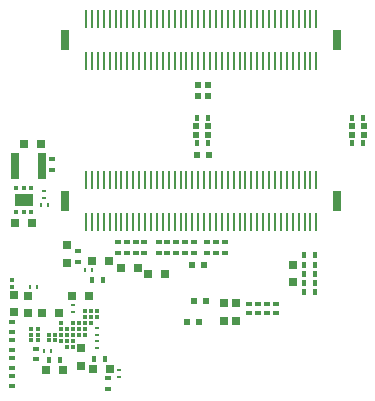
<source format=gbp>
G04 Layer_Color=128*
%FSLAX25Y25*%
%MOIN*%
G70*
G01*
G75*
%ADD10R,0.00984X0.01181*%
%ADD13R,0.01968X0.01968*%
%ADD14R,0.01654X0.02165*%
%ADD15R,0.01968X0.01968*%
%ADD16R,0.02756X0.03150*%
%ADD17R,0.03150X0.02756*%
%ADD18R,0.02165X0.01654*%
%ADD19R,0.01181X0.01181*%
%ADD20R,0.01968X0.01575*%
%ADD21R,0.02756X0.09055*%
%ADD22R,0.01181X0.01575*%
%ADD23R,0.06299X0.03937*%
%ADD68R,0.01181X0.01181*%
%ADD69R,0.01181X0.00984*%
%ADD73R,0.03150X0.07087*%
%ADD129R,0.01024X0.06142*%
D10*
X-34681Y-13488D02*
D03*
X-32319D02*
D03*
X-48481Y-40488D02*
D03*
X-46119D02*
D03*
X-50619Y-19312D02*
D03*
X-52981D02*
D03*
X-49381Y8312D02*
D03*
X-47019D02*
D03*
D13*
X2431Y34499D02*
D03*
X6368D02*
D03*
Y31600D02*
D03*
X2431D02*
D03*
X58169D02*
D03*
X54232D02*
D03*
Y34499D02*
D03*
X58169D02*
D03*
X3168Y-30999D02*
D03*
X-769D02*
D03*
X931Y-11800D02*
D03*
X4868D02*
D03*
X5469Y-24000D02*
D03*
X1531D02*
D03*
X6568Y24901D02*
D03*
X2631D02*
D03*
D14*
X6172Y37300D02*
D03*
X2628D02*
D03*
Y28800D02*
D03*
X6172D02*
D03*
X54428D02*
D03*
X57972D02*
D03*
Y37300D02*
D03*
X54428D02*
D03*
X41872Y-21000D02*
D03*
X38328D02*
D03*
Y-17900D02*
D03*
X41872D02*
D03*
Y-14800D02*
D03*
X38328D02*
D03*
Y-11700D02*
D03*
X41872D02*
D03*
X-32372Y-16700D02*
D03*
X-28828D02*
D03*
X-28228Y-43100D02*
D03*
X-31772D02*
D03*
X-46772Y-43500D02*
D03*
X-43228D02*
D03*
X38328Y-8600D02*
D03*
X41872D02*
D03*
D15*
X6200Y44331D02*
D03*
Y48268D02*
D03*
X2899D02*
D03*
Y44331D02*
D03*
D16*
X-43346Y-27900D02*
D03*
X-49054D02*
D03*
X-16946Y-12700D02*
D03*
X-22654D02*
D03*
X-13754Y-14900D02*
D03*
X-8046D02*
D03*
X-26646Y-10400D02*
D03*
X-32354D02*
D03*
X-26446Y-46500D02*
D03*
X-32154D02*
D03*
X-47854Y-46800D02*
D03*
X-42146D02*
D03*
X-58013Y2263D02*
D03*
X-52305D02*
D03*
X-49346Y28500D02*
D03*
X-55054D02*
D03*
X-39054Y-22200D02*
D03*
X-33346D02*
D03*
D17*
X-35900Y-45354D02*
D03*
Y-39646D02*
D03*
X-40600Y-5346D02*
D03*
Y-11054D02*
D03*
X-53600Y-22246D02*
D03*
Y-27954D02*
D03*
X11500Y-30354D02*
D03*
Y-24646D02*
D03*
X15500D02*
D03*
Y-30354D02*
D03*
X-58500Y-27554D02*
D03*
Y-21846D02*
D03*
X34600Y-11846D02*
D03*
Y-17554D02*
D03*
D18*
X-59000Y-48728D02*
D03*
Y-52272D02*
D03*
Y-42728D02*
D03*
Y-46272D02*
D03*
Y-36728D02*
D03*
Y-40272D02*
D03*
Y-30728D02*
D03*
Y-34272D02*
D03*
X11800Y-4328D02*
D03*
Y-7872D02*
D03*
X-20700D02*
D03*
Y-4328D02*
D03*
X-37000Y-7328D02*
D03*
Y-10872D02*
D03*
X-27000Y-53172D02*
D03*
Y-49628D02*
D03*
X-51000Y-43272D02*
D03*
Y-39728D02*
D03*
X8900Y-4328D02*
D03*
Y-7872D02*
D03*
X6000Y-4328D02*
D03*
Y-7872D02*
D03*
X-45600Y19828D02*
D03*
Y23372D02*
D03*
X-17800Y-4328D02*
D03*
Y-7872D02*
D03*
X-14900D02*
D03*
Y-4328D02*
D03*
X-10200D02*
D03*
Y-7872D02*
D03*
X-7300D02*
D03*
Y-4328D02*
D03*
X-4400D02*
D03*
Y-7872D02*
D03*
X-1400D02*
D03*
Y-4328D02*
D03*
X1500D02*
D03*
Y-7872D02*
D03*
X-23600D02*
D03*
Y-4328D02*
D03*
D19*
X-59000Y-19083D02*
D03*
Y-16917D02*
D03*
X-30700Y-27017D02*
D03*
Y-29183D02*
D03*
X-42700Y-33183D02*
D03*
Y-31017D02*
D03*
X-38800Y-37117D02*
D03*
Y-39283D02*
D03*
X-40800D02*
D03*
Y-37117D02*
D03*
Y-35183D02*
D03*
Y-33017D02*
D03*
X-38800D02*
D03*
Y-35183D02*
D03*
X-36800Y-33017D02*
D03*
Y-35183D02*
D03*
X-34800D02*
D03*
Y-33017D02*
D03*
X-42700Y-37283D02*
D03*
Y-35117D02*
D03*
D20*
X20100Y-27875D02*
D03*
Y-24725D02*
D03*
X29100Y-27875D02*
D03*
Y-24725D02*
D03*
X26100Y-27875D02*
D03*
Y-24725D02*
D03*
X23100Y-27875D02*
D03*
Y-24725D02*
D03*
D21*
X-57983Y21194D02*
D03*
X-48935D02*
D03*
D22*
X-57718Y13700D02*
D03*
X-55159D02*
D03*
X-52600D02*
D03*
Y5826D02*
D03*
X-55159D02*
D03*
X-57718D02*
D03*
D23*
X-55159Y9763D02*
D03*
D68*
X-32617Y-27200D02*
D03*
X-34783D02*
D03*
X-50517Y-33200D02*
D03*
X-52683D02*
D03*
X-32717Y-31100D02*
D03*
X-34883D02*
D03*
X-38883D02*
D03*
X-36717D02*
D03*
X-44717Y-37000D02*
D03*
X-46883D02*
D03*
Y-35100D02*
D03*
X-44717D02*
D03*
X-50517D02*
D03*
X-52683D02*
D03*
Y-37000D02*
D03*
X-50517D02*
D03*
X-34783Y-29200D02*
D03*
X-32617D02*
D03*
D69*
X-30812Y-35281D02*
D03*
Y-32919D02*
D03*
X-30788Y-39381D02*
D03*
Y-37019D02*
D03*
X-23412Y-46819D02*
D03*
Y-49181D02*
D03*
X-38788Y-27581D02*
D03*
Y-25219D02*
D03*
X-48512Y12681D02*
D03*
Y10319D02*
D03*
D73*
X49275Y9500D02*
D03*
X-41275D02*
D03*
X-41275Y63100D02*
D03*
X49275D02*
D03*
D129*
X-921Y16587D02*
D03*
X-2890D02*
D03*
X-4858D02*
D03*
X-6827D02*
D03*
X-8795D02*
D03*
X-10764D02*
D03*
X-12732Y2413D02*
D03*
Y16587D02*
D03*
X-14701Y2413D02*
D03*
Y16587D02*
D03*
X-16669Y2413D02*
D03*
Y16587D02*
D03*
X-18638Y2413D02*
D03*
Y16587D02*
D03*
X-20606Y2413D02*
D03*
Y16587D02*
D03*
X-22575Y2413D02*
D03*
Y16587D02*
D03*
X-24543Y2413D02*
D03*
Y16587D02*
D03*
X-26512Y2413D02*
D03*
Y16587D02*
D03*
X-28480Y2413D02*
D03*
Y16587D02*
D03*
X-30449Y2413D02*
D03*
Y16587D02*
D03*
X-32417D02*
D03*
X-921Y2413D02*
D03*
X-2890D02*
D03*
X-4858D02*
D03*
X-6827D02*
D03*
X-8795D02*
D03*
X-10764D02*
D03*
X-34386D02*
D03*
X-32417D02*
D03*
X-34386Y16587D02*
D03*
X3016Y2413D02*
D03*
X1047D02*
D03*
X24669D02*
D03*
X26638D02*
D03*
X28606D02*
D03*
X30575D02*
D03*
X32543D02*
D03*
X34512D02*
D03*
X4984D02*
D03*
X6953D02*
D03*
X8921D02*
D03*
X10890D02*
D03*
X12858D02*
D03*
X14827D02*
D03*
X16795D02*
D03*
X18764D02*
D03*
X20732D02*
D03*
X22701D02*
D03*
X42386D02*
D03*
X40417D02*
D03*
X38449D02*
D03*
X36480D02*
D03*
X1047Y16587D02*
D03*
X3016D02*
D03*
X4984D02*
D03*
X6953D02*
D03*
X8921D02*
D03*
X10890D02*
D03*
X12858D02*
D03*
X14827D02*
D03*
X16795D02*
D03*
X18764D02*
D03*
X20732D02*
D03*
X22701D02*
D03*
X24669D02*
D03*
X26638D02*
D03*
X28606D02*
D03*
X30575D02*
D03*
X32543D02*
D03*
X34512D02*
D03*
X42386D02*
D03*
X40417D02*
D03*
X38449D02*
D03*
X36480D02*
D03*
X8921Y56013D02*
D03*
X10890D02*
D03*
X12858D02*
D03*
X14827D02*
D03*
X16795D02*
D03*
X18764D02*
D03*
X20732Y70187D02*
D03*
Y56013D02*
D03*
X22701Y70187D02*
D03*
Y56013D02*
D03*
X24669Y70187D02*
D03*
Y56013D02*
D03*
X26638Y70187D02*
D03*
Y56013D02*
D03*
X28606Y70187D02*
D03*
Y56013D02*
D03*
X30575Y70187D02*
D03*
Y56013D02*
D03*
X32543Y70187D02*
D03*
Y56013D02*
D03*
X34512Y70187D02*
D03*
Y56013D02*
D03*
X36480Y70187D02*
D03*
Y56013D02*
D03*
X38449Y70187D02*
D03*
Y56013D02*
D03*
X40417D02*
D03*
X8921Y70187D02*
D03*
X10890D02*
D03*
X12858D02*
D03*
X14827D02*
D03*
X16795D02*
D03*
X18764D02*
D03*
X42386D02*
D03*
X40417D02*
D03*
X42386Y56013D02*
D03*
X4984Y70187D02*
D03*
X6953D02*
D03*
X-16669D02*
D03*
X-18638D02*
D03*
X-20606D02*
D03*
X-22575D02*
D03*
X-24543D02*
D03*
X-26512D02*
D03*
X3016D02*
D03*
X1047D02*
D03*
X-921D02*
D03*
X-2890D02*
D03*
X-4858D02*
D03*
X-6827D02*
D03*
X-8795D02*
D03*
X-10764D02*
D03*
X-12732D02*
D03*
X-14701D02*
D03*
X-34386D02*
D03*
X-32417D02*
D03*
X-30449D02*
D03*
X-28480D02*
D03*
X6953Y56013D02*
D03*
X4984D02*
D03*
X3016D02*
D03*
X1047D02*
D03*
X-921D02*
D03*
X-2890D02*
D03*
X-4858D02*
D03*
X-6827D02*
D03*
X-8795D02*
D03*
X-10764D02*
D03*
X-12732D02*
D03*
X-14701D02*
D03*
X-16669D02*
D03*
X-18638D02*
D03*
X-20606D02*
D03*
X-22575D02*
D03*
X-24543D02*
D03*
X-26512D02*
D03*
X-34386D02*
D03*
X-32417D02*
D03*
X-30449D02*
D03*
X-28480D02*
D03*
M02*

</source>
